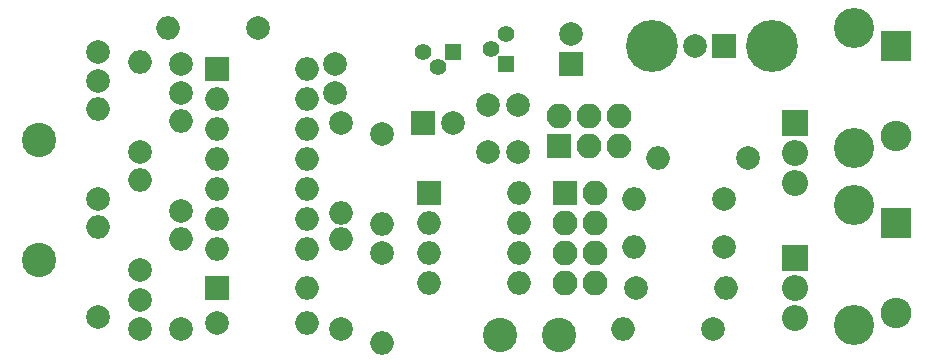
<source format=gts>
G04 #@! TF.FileFunction,Soldermask,Top*
%FSLAX46Y46*%
G04 Gerber Fmt 4.6, Leading zero omitted, Abs format (unit mm)*
G04 Created by KiCad (PCBNEW 4.0.5) date 03/21/18 15:22:20*
%MOMM*%
%LPD*%
G01*
G04 APERTURE LIST*
%ADD10C,0.100000*%
%ADD11C,2.000000*%
%ADD12R,2.000000X2.000000*%
%ADD13O,2.000000X2.000000*%
%ADD14R,2.600000X2.600000*%
%ADD15O,2.600000X2.600000*%
%ADD16C,4.400500*%
%ADD17C,2.899360*%
%ADD18R,2.100000X2.100000*%
%ADD19O,2.100000X2.100000*%
%ADD20C,3.399740*%
%ADD21R,2.200000X2.200000*%
%ADD22O,2.200000X2.200000*%
%ADD23C,1.400000*%
%ADD24R,1.400000X1.400000*%
G04 APERTURE END LIST*
D10*
D11*
X101000000Y-129500000D03*
X103500000Y-129500000D03*
X75000000Y-126000000D03*
X75000000Y-128500000D03*
D12*
X95500000Y-131000000D03*
D11*
X98000000Y-131000000D03*
X71500000Y-146000000D03*
X71500000Y-148500000D03*
D12*
X121000000Y-124500000D03*
D11*
X118500000Y-124500000D03*
X68000000Y-127500000D03*
X68000000Y-125000000D03*
D12*
X108000000Y-126000000D03*
D11*
X108000000Y-123500000D03*
X103500000Y-133500000D03*
X101000000Y-133500000D03*
X88000000Y-128500000D03*
X88000000Y-126000000D03*
D12*
X78000000Y-145000000D03*
D13*
X85620000Y-145000000D03*
D14*
X135500000Y-139500000D03*
D15*
X135500000Y-147120000D03*
D14*
X135500000Y-124500000D03*
D15*
X135500000Y-132120000D03*
D16*
X125000000Y-124500000D03*
X114840000Y-124500000D03*
D17*
X63000000Y-132500000D03*
X63000000Y-142660000D03*
D18*
X107000000Y-133000000D03*
D19*
X107000000Y-130460000D03*
X109540000Y-133000000D03*
X109540000Y-130460000D03*
X112080000Y-133000000D03*
X112080000Y-130460000D03*
D18*
X107500000Y-137000000D03*
D19*
X110040000Y-137000000D03*
X107500000Y-139540000D03*
X110040000Y-139540000D03*
X107500000Y-142080000D03*
X110040000Y-142080000D03*
X107500000Y-144620000D03*
X110040000Y-144620000D03*
D17*
X102000000Y-149000000D03*
X107000000Y-149000000D03*
D20*
X132000000Y-138000000D03*
X132000000Y-148160000D03*
X132000000Y-123000000D03*
X132000000Y-133160000D03*
D21*
X127000000Y-142500000D03*
D22*
X127000000Y-145040000D03*
X127000000Y-147580000D03*
D21*
X127000000Y-131000000D03*
D22*
X127000000Y-133540000D03*
X127000000Y-136080000D03*
D11*
X71500000Y-143500000D03*
D13*
X71500000Y-135880000D03*
D11*
X71500000Y-133500000D03*
D13*
X71500000Y-125880000D03*
D11*
X81500000Y-123000000D03*
D13*
X73880000Y-123000000D03*
D11*
X75000000Y-138500000D03*
D13*
X75000000Y-130880000D03*
D11*
X68000000Y-137500000D03*
D13*
X68000000Y-129880000D03*
D11*
X68000000Y-147500000D03*
D13*
X68000000Y-139880000D03*
D11*
X88500000Y-131000000D03*
D13*
X88500000Y-138620000D03*
D11*
X75000000Y-148500000D03*
D13*
X75000000Y-140880000D03*
D11*
X88500000Y-148500000D03*
D13*
X88500000Y-140880000D03*
D11*
X78000000Y-148000000D03*
D13*
X85620000Y-148000000D03*
D11*
X92000000Y-132000000D03*
D13*
X92000000Y-139620000D03*
D11*
X92000000Y-142000000D03*
D13*
X92000000Y-149620000D03*
D11*
X113500000Y-145000000D03*
D13*
X121120000Y-145000000D03*
D11*
X121000000Y-137500000D03*
D13*
X113380000Y-137500000D03*
D11*
X123000000Y-134000000D03*
D13*
X115380000Y-134000000D03*
D11*
X121000000Y-141500000D03*
D13*
X113380000Y-141500000D03*
D11*
X120000000Y-148500000D03*
D13*
X112380000Y-148500000D03*
D23*
X96730000Y-126270000D03*
X95460000Y-125000000D03*
D24*
X98000000Y-125000000D03*
D12*
X78000000Y-126500000D03*
D13*
X85620000Y-141740000D03*
X78000000Y-129040000D03*
X85620000Y-139200000D03*
X78000000Y-131580000D03*
X85620000Y-136660000D03*
X78000000Y-134120000D03*
X85620000Y-134120000D03*
X78000000Y-136660000D03*
X85620000Y-131580000D03*
X78000000Y-139200000D03*
X85620000Y-129040000D03*
X78000000Y-141740000D03*
X85620000Y-126500000D03*
D23*
X101230000Y-124730000D03*
X102500000Y-123460000D03*
D24*
X102500000Y-126000000D03*
D12*
X96000000Y-137000000D03*
D13*
X103620000Y-144620000D03*
X96000000Y-139540000D03*
X103620000Y-142080000D03*
X96000000Y-142080000D03*
X103620000Y-139540000D03*
X96000000Y-144620000D03*
X103620000Y-137000000D03*
M02*

</source>
